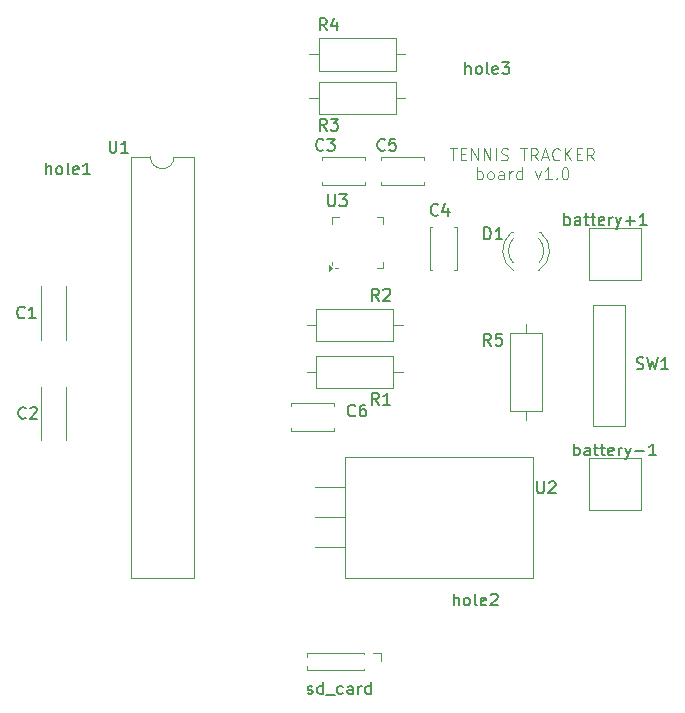
<source format=gbr>
%TF.GenerationSoftware,KiCad,Pcbnew,8.0.3*%
%TF.CreationDate,2024-06-24T10:16:25-03:00*%
%TF.ProjectId,esquematico,65737175-656d-4617-9469-636f2e6b6963,rev?*%
%TF.SameCoordinates,Original*%
%TF.FileFunction,Legend,Top*%
%TF.FilePolarity,Positive*%
%FSLAX46Y46*%
G04 Gerber Fmt 4.6, Leading zero omitted, Abs format (unit mm)*
G04 Created by KiCad (PCBNEW 8.0.3) date 2024-06-24 10:16:25*
%MOMM*%
%LPD*%
G01*
G04 APERTURE LIST*
%ADD10C,0.100000*%
%ADD11C,0.150000*%
%ADD12C,0.120000*%
G04 APERTURE END LIST*
D10*
X143857143Y-76262475D02*
X144428571Y-76262475D01*
X144142857Y-77262475D02*
X144142857Y-76262475D01*
X144761905Y-76738665D02*
X145095238Y-76738665D01*
X145238095Y-77262475D02*
X144761905Y-77262475D01*
X144761905Y-77262475D02*
X144761905Y-76262475D01*
X144761905Y-76262475D02*
X145238095Y-76262475D01*
X145666667Y-77262475D02*
X145666667Y-76262475D01*
X145666667Y-76262475D02*
X146238095Y-77262475D01*
X146238095Y-77262475D02*
X146238095Y-76262475D01*
X146714286Y-77262475D02*
X146714286Y-76262475D01*
X146714286Y-76262475D02*
X147285714Y-77262475D01*
X147285714Y-77262475D02*
X147285714Y-76262475D01*
X147761905Y-77262475D02*
X147761905Y-76262475D01*
X148190476Y-77214856D02*
X148333333Y-77262475D01*
X148333333Y-77262475D02*
X148571428Y-77262475D01*
X148571428Y-77262475D02*
X148666666Y-77214856D01*
X148666666Y-77214856D02*
X148714285Y-77167236D01*
X148714285Y-77167236D02*
X148761904Y-77071998D01*
X148761904Y-77071998D02*
X148761904Y-76976760D01*
X148761904Y-76976760D02*
X148714285Y-76881522D01*
X148714285Y-76881522D02*
X148666666Y-76833903D01*
X148666666Y-76833903D02*
X148571428Y-76786284D01*
X148571428Y-76786284D02*
X148380952Y-76738665D01*
X148380952Y-76738665D02*
X148285714Y-76691046D01*
X148285714Y-76691046D02*
X148238095Y-76643427D01*
X148238095Y-76643427D02*
X148190476Y-76548189D01*
X148190476Y-76548189D02*
X148190476Y-76452951D01*
X148190476Y-76452951D02*
X148238095Y-76357713D01*
X148238095Y-76357713D02*
X148285714Y-76310094D01*
X148285714Y-76310094D02*
X148380952Y-76262475D01*
X148380952Y-76262475D02*
X148619047Y-76262475D01*
X148619047Y-76262475D02*
X148761904Y-76310094D01*
X149809524Y-76262475D02*
X150380952Y-76262475D01*
X150095238Y-77262475D02*
X150095238Y-76262475D01*
X151285714Y-77262475D02*
X150952381Y-76786284D01*
X150714286Y-77262475D02*
X150714286Y-76262475D01*
X150714286Y-76262475D02*
X151095238Y-76262475D01*
X151095238Y-76262475D02*
X151190476Y-76310094D01*
X151190476Y-76310094D02*
X151238095Y-76357713D01*
X151238095Y-76357713D02*
X151285714Y-76452951D01*
X151285714Y-76452951D02*
X151285714Y-76595808D01*
X151285714Y-76595808D02*
X151238095Y-76691046D01*
X151238095Y-76691046D02*
X151190476Y-76738665D01*
X151190476Y-76738665D02*
X151095238Y-76786284D01*
X151095238Y-76786284D02*
X150714286Y-76786284D01*
X151666667Y-76976760D02*
X152142857Y-76976760D01*
X151571429Y-77262475D02*
X151904762Y-76262475D01*
X151904762Y-76262475D02*
X152238095Y-77262475D01*
X153142857Y-77167236D02*
X153095238Y-77214856D01*
X153095238Y-77214856D02*
X152952381Y-77262475D01*
X152952381Y-77262475D02*
X152857143Y-77262475D01*
X152857143Y-77262475D02*
X152714286Y-77214856D01*
X152714286Y-77214856D02*
X152619048Y-77119617D01*
X152619048Y-77119617D02*
X152571429Y-77024379D01*
X152571429Y-77024379D02*
X152523810Y-76833903D01*
X152523810Y-76833903D02*
X152523810Y-76691046D01*
X152523810Y-76691046D02*
X152571429Y-76500570D01*
X152571429Y-76500570D02*
X152619048Y-76405332D01*
X152619048Y-76405332D02*
X152714286Y-76310094D01*
X152714286Y-76310094D02*
X152857143Y-76262475D01*
X152857143Y-76262475D02*
X152952381Y-76262475D01*
X152952381Y-76262475D02*
X153095238Y-76310094D01*
X153095238Y-76310094D02*
X153142857Y-76357713D01*
X153571429Y-77262475D02*
X153571429Y-76262475D01*
X154142857Y-77262475D02*
X153714286Y-76691046D01*
X154142857Y-76262475D02*
X153571429Y-76833903D01*
X154571429Y-76738665D02*
X154904762Y-76738665D01*
X155047619Y-77262475D02*
X154571429Y-77262475D01*
X154571429Y-77262475D02*
X154571429Y-76262475D01*
X154571429Y-76262475D02*
X155047619Y-76262475D01*
X156047619Y-77262475D02*
X155714286Y-76786284D01*
X155476191Y-77262475D02*
X155476191Y-76262475D01*
X155476191Y-76262475D02*
X155857143Y-76262475D01*
X155857143Y-76262475D02*
X155952381Y-76310094D01*
X155952381Y-76310094D02*
X156000000Y-76357713D01*
X156000000Y-76357713D02*
X156047619Y-76452951D01*
X156047619Y-76452951D02*
X156047619Y-76595808D01*
X156047619Y-76595808D02*
X156000000Y-76691046D01*
X156000000Y-76691046D02*
X155952381Y-76738665D01*
X155952381Y-76738665D02*
X155857143Y-76786284D01*
X155857143Y-76786284D02*
X155476191Y-76786284D01*
X146166666Y-78872419D02*
X146166666Y-77872419D01*
X146166666Y-78253371D02*
X146261904Y-78205752D01*
X146261904Y-78205752D02*
X146452380Y-78205752D01*
X146452380Y-78205752D02*
X146547618Y-78253371D01*
X146547618Y-78253371D02*
X146595237Y-78300990D01*
X146595237Y-78300990D02*
X146642856Y-78396228D01*
X146642856Y-78396228D02*
X146642856Y-78681942D01*
X146642856Y-78681942D02*
X146595237Y-78777180D01*
X146595237Y-78777180D02*
X146547618Y-78824800D01*
X146547618Y-78824800D02*
X146452380Y-78872419D01*
X146452380Y-78872419D02*
X146261904Y-78872419D01*
X146261904Y-78872419D02*
X146166666Y-78824800D01*
X147214285Y-78872419D02*
X147119047Y-78824800D01*
X147119047Y-78824800D02*
X147071428Y-78777180D01*
X147071428Y-78777180D02*
X147023809Y-78681942D01*
X147023809Y-78681942D02*
X147023809Y-78396228D01*
X147023809Y-78396228D02*
X147071428Y-78300990D01*
X147071428Y-78300990D02*
X147119047Y-78253371D01*
X147119047Y-78253371D02*
X147214285Y-78205752D01*
X147214285Y-78205752D02*
X147357142Y-78205752D01*
X147357142Y-78205752D02*
X147452380Y-78253371D01*
X147452380Y-78253371D02*
X147499999Y-78300990D01*
X147499999Y-78300990D02*
X147547618Y-78396228D01*
X147547618Y-78396228D02*
X147547618Y-78681942D01*
X147547618Y-78681942D02*
X147499999Y-78777180D01*
X147499999Y-78777180D02*
X147452380Y-78824800D01*
X147452380Y-78824800D02*
X147357142Y-78872419D01*
X147357142Y-78872419D02*
X147214285Y-78872419D01*
X148404761Y-78872419D02*
X148404761Y-78348609D01*
X148404761Y-78348609D02*
X148357142Y-78253371D01*
X148357142Y-78253371D02*
X148261904Y-78205752D01*
X148261904Y-78205752D02*
X148071428Y-78205752D01*
X148071428Y-78205752D02*
X147976190Y-78253371D01*
X148404761Y-78824800D02*
X148309523Y-78872419D01*
X148309523Y-78872419D02*
X148071428Y-78872419D01*
X148071428Y-78872419D02*
X147976190Y-78824800D01*
X147976190Y-78824800D02*
X147928571Y-78729561D01*
X147928571Y-78729561D02*
X147928571Y-78634323D01*
X147928571Y-78634323D02*
X147976190Y-78539085D01*
X147976190Y-78539085D02*
X148071428Y-78491466D01*
X148071428Y-78491466D02*
X148309523Y-78491466D01*
X148309523Y-78491466D02*
X148404761Y-78443847D01*
X148880952Y-78872419D02*
X148880952Y-78205752D01*
X148880952Y-78396228D02*
X148928571Y-78300990D01*
X148928571Y-78300990D02*
X148976190Y-78253371D01*
X148976190Y-78253371D02*
X149071428Y-78205752D01*
X149071428Y-78205752D02*
X149166666Y-78205752D01*
X149928571Y-78872419D02*
X149928571Y-77872419D01*
X149928571Y-78824800D02*
X149833333Y-78872419D01*
X149833333Y-78872419D02*
X149642857Y-78872419D01*
X149642857Y-78872419D02*
X149547619Y-78824800D01*
X149547619Y-78824800D02*
X149500000Y-78777180D01*
X149500000Y-78777180D02*
X149452381Y-78681942D01*
X149452381Y-78681942D02*
X149452381Y-78396228D01*
X149452381Y-78396228D02*
X149500000Y-78300990D01*
X149500000Y-78300990D02*
X149547619Y-78253371D01*
X149547619Y-78253371D02*
X149642857Y-78205752D01*
X149642857Y-78205752D02*
X149833333Y-78205752D01*
X149833333Y-78205752D02*
X149928571Y-78253371D01*
X151071429Y-78205752D02*
X151309524Y-78872419D01*
X151309524Y-78872419D02*
X151547619Y-78205752D01*
X152452381Y-78872419D02*
X151880953Y-78872419D01*
X152166667Y-78872419D02*
X152166667Y-77872419D01*
X152166667Y-77872419D02*
X152071429Y-78015276D01*
X152071429Y-78015276D02*
X151976191Y-78110514D01*
X151976191Y-78110514D02*
X151880953Y-78158133D01*
X152880953Y-78777180D02*
X152928572Y-78824800D01*
X152928572Y-78824800D02*
X152880953Y-78872419D01*
X152880953Y-78872419D02*
X152833334Y-78824800D01*
X152833334Y-78824800D02*
X152880953Y-78777180D01*
X152880953Y-78777180D02*
X152880953Y-78872419D01*
X153547619Y-77872419D02*
X153642857Y-77872419D01*
X153642857Y-77872419D02*
X153738095Y-77920038D01*
X153738095Y-77920038D02*
X153785714Y-77967657D01*
X153785714Y-77967657D02*
X153833333Y-78062895D01*
X153833333Y-78062895D02*
X153880952Y-78253371D01*
X153880952Y-78253371D02*
X153880952Y-78491466D01*
X153880952Y-78491466D02*
X153833333Y-78681942D01*
X153833333Y-78681942D02*
X153785714Y-78777180D01*
X153785714Y-78777180D02*
X153738095Y-78824800D01*
X153738095Y-78824800D02*
X153642857Y-78872419D01*
X153642857Y-78872419D02*
X153547619Y-78872419D01*
X153547619Y-78872419D02*
X153452381Y-78824800D01*
X153452381Y-78824800D02*
X153404762Y-78777180D01*
X153404762Y-78777180D02*
X153357143Y-78681942D01*
X153357143Y-78681942D02*
X153309524Y-78491466D01*
X153309524Y-78491466D02*
X153309524Y-78253371D01*
X153309524Y-78253371D02*
X153357143Y-78062895D01*
X153357143Y-78062895D02*
X153404762Y-77967657D01*
X153404762Y-77967657D02*
X153452381Y-77920038D01*
X153452381Y-77920038D02*
X153547619Y-77872419D01*
D11*
X145166666Y-69954819D02*
X145166666Y-68954819D01*
X145595237Y-69954819D02*
X145595237Y-69431009D01*
X145595237Y-69431009D02*
X145547618Y-69335771D01*
X145547618Y-69335771D02*
X145452380Y-69288152D01*
X145452380Y-69288152D02*
X145309523Y-69288152D01*
X145309523Y-69288152D02*
X145214285Y-69335771D01*
X145214285Y-69335771D02*
X145166666Y-69383390D01*
X146214285Y-69954819D02*
X146119047Y-69907200D01*
X146119047Y-69907200D02*
X146071428Y-69859580D01*
X146071428Y-69859580D02*
X146023809Y-69764342D01*
X146023809Y-69764342D02*
X146023809Y-69478628D01*
X146023809Y-69478628D02*
X146071428Y-69383390D01*
X146071428Y-69383390D02*
X146119047Y-69335771D01*
X146119047Y-69335771D02*
X146214285Y-69288152D01*
X146214285Y-69288152D02*
X146357142Y-69288152D01*
X146357142Y-69288152D02*
X146452380Y-69335771D01*
X146452380Y-69335771D02*
X146499999Y-69383390D01*
X146499999Y-69383390D02*
X146547618Y-69478628D01*
X146547618Y-69478628D02*
X146547618Y-69764342D01*
X146547618Y-69764342D02*
X146499999Y-69859580D01*
X146499999Y-69859580D02*
X146452380Y-69907200D01*
X146452380Y-69907200D02*
X146357142Y-69954819D01*
X146357142Y-69954819D02*
X146214285Y-69954819D01*
X147119047Y-69954819D02*
X147023809Y-69907200D01*
X147023809Y-69907200D02*
X146976190Y-69811961D01*
X146976190Y-69811961D02*
X146976190Y-68954819D01*
X147880952Y-69907200D02*
X147785714Y-69954819D01*
X147785714Y-69954819D02*
X147595238Y-69954819D01*
X147595238Y-69954819D02*
X147500000Y-69907200D01*
X147500000Y-69907200D02*
X147452381Y-69811961D01*
X147452381Y-69811961D02*
X147452381Y-69431009D01*
X147452381Y-69431009D02*
X147500000Y-69335771D01*
X147500000Y-69335771D02*
X147595238Y-69288152D01*
X147595238Y-69288152D02*
X147785714Y-69288152D01*
X147785714Y-69288152D02*
X147880952Y-69335771D01*
X147880952Y-69335771D02*
X147928571Y-69431009D01*
X147928571Y-69431009D02*
X147928571Y-69526247D01*
X147928571Y-69526247D02*
X147452381Y-69621485D01*
X148261905Y-68954819D02*
X148880952Y-68954819D01*
X148880952Y-68954819D02*
X148547619Y-69335771D01*
X148547619Y-69335771D02*
X148690476Y-69335771D01*
X148690476Y-69335771D02*
X148785714Y-69383390D01*
X148785714Y-69383390D02*
X148833333Y-69431009D01*
X148833333Y-69431009D02*
X148880952Y-69526247D01*
X148880952Y-69526247D02*
X148880952Y-69764342D01*
X148880952Y-69764342D02*
X148833333Y-69859580D01*
X148833333Y-69859580D02*
X148785714Y-69907200D01*
X148785714Y-69907200D02*
X148690476Y-69954819D01*
X148690476Y-69954819D02*
X148404762Y-69954819D01*
X148404762Y-69954819D02*
X148309524Y-69907200D01*
X148309524Y-69907200D02*
X148261905Y-69859580D01*
X144166666Y-114954819D02*
X144166666Y-113954819D01*
X144595237Y-114954819D02*
X144595237Y-114431009D01*
X144595237Y-114431009D02*
X144547618Y-114335771D01*
X144547618Y-114335771D02*
X144452380Y-114288152D01*
X144452380Y-114288152D02*
X144309523Y-114288152D01*
X144309523Y-114288152D02*
X144214285Y-114335771D01*
X144214285Y-114335771D02*
X144166666Y-114383390D01*
X145214285Y-114954819D02*
X145119047Y-114907200D01*
X145119047Y-114907200D02*
X145071428Y-114859580D01*
X145071428Y-114859580D02*
X145023809Y-114764342D01*
X145023809Y-114764342D02*
X145023809Y-114478628D01*
X145023809Y-114478628D02*
X145071428Y-114383390D01*
X145071428Y-114383390D02*
X145119047Y-114335771D01*
X145119047Y-114335771D02*
X145214285Y-114288152D01*
X145214285Y-114288152D02*
X145357142Y-114288152D01*
X145357142Y-114288152D02*
X145452380Y-114335771D01*
X145452380Y-114335771D02*
X145499999Y-114383390D01*
X145499999Y-114383390D02*
X145547618Y-114478628D01*
X145547618Y-114478628D02*
X145547618Y-114764342D01*
X145547618Y-114764342D02*
X145499999Y-114859580D01*
X145499999Y-114859580D02*
X145452380Y-114907200D01*
X145452380Y-114907200D02*
X145357142Y-114954819D01*
X145357142Y-114954819D02*
X145214285Y-114954819D01*
X146119047Y-114954819D02*
X146023809Y-114907200D01*
X146023809Y-114907200D02*
X145976190Y-114811961D01*
X145976190Y-114811961D02*
X145976190Y-113954819D01*
X146880952Y-114907200D02*
X146785714Y-114954819D01*
X146785714Y-114954819D02*
X146595238Y-114954819D01*
X146595238Y-114954819D02*
X146500000Y-114907200D01*
X146500000Y-114907200D02*
X146452381Y-114811961D01*
X146452381Y-114811961D02*
X146452381Y-114431009D01*
X146452381Y-114431009D02*
X146500000Y-114335771D01*
X146500000Y-114335771D02*
X146595238Y-114288152D01*
X146595238Y-114288152D02*
X146785714Y-114288152D01*
X146785714Y-114288152D02*
X146880952Y-114335771D01*
X146880952Y-114335771D02*
X146928571Y-114431009D01*
X146928571Y-114431009D02*
X146928571Y-114526247D01*
X146928571Y-114526247D02*
X146452381Y-114621485D01*
X147309524Y-114050057D02*
X147357143Y-114002438D01*
X147357143Y-114002438D02*
X147452381Y-113954819D01*
X147452381Y-113954819D02*
X147690476Y-113954819D01*
X147690476Y-113954819D02*
X147785714Y-114002438D01*
X147785714Y-114002438D02*
X147833333Y-114050057D01*
X147833333Y-114050057D02*
X147880952Y-114145295D01*
X147880952Y-114145295D02*
X147880952Y-114240533D01*
X147880952Y-114240533D02*
X147833333Y-114383390D01*
X147833333Y-114383390D02*
X147261905Y-114954819D01*
X147261905Y-114954819D02*
X147880952Y-114954819D01*
X109666666Y-78454819D02*
X109666666Y-77454819D01*
X110095237Y-78454819D02*
X110095237Y-77931009D01*
X110095237Y-77931009D02*
X110047618Y-77835771D01*
X110047618Y-77835771D02*
X109952380Y-77788152D01*
X109952380Y-77788152D02*
X109809523Y-77788152D01*
X109809523Y-77788152D02*
X109714285Y-77835771D01*
X109714285Y-77835771D02*
X109666666Y-77883390D01*
X110714285Y-78454819D02*
X110619047Y-78407200D01*
X110619047Y-78407200D02*
X110571428Y-78359580D01*
X110571428Y-78359580D02*
X110523809Y-78264342D01*
X110523809Y-78264342D02*
X110523809Y-77978628D01*
X110523809Y-77978628D02*
X110571428Y-77883390D01*
X110571428Y-77883390D02*
X110619047Y-77835771D01*
X110619047Y-77835771D02*
X110714285Y-77788152D01*
X110714285Y-77788152D02*
X110857142Y-77788152D01*
X110857142Y-77788152D02*
X110952380Y-77835771D01*
X110952380Y-77835771D02*
X110999999Y-77883390D01*
X110999999Y-77883390D02*
X111047618Y-77978628D01*
X111047618Y-77978628D02*
X111047618Y-78264342D01*
X111047618Y-78264342D02*
X110999999Y-78359580D01*
X110999999Y-78359580D02*
X110952380Y-78407200D01*
X110952380Y-78407200D02*
X110857142Y-78454819D01*
X110857142Y-78454819D02*
X110714285Y-78454819D01*
X111619047Y-78454819D02*
X111523809Y-78407200D01*
X111523809Y-78407200D02*
X111476190Y-78311961D01*
X111476190Y-78311961D02*
X111476190Y-77454819D01*
X112380952Y-78407200D02*
X112285714Y-78454819D01*
X112285714Y-78454819D02*
X112095238Y-78454819D01*
X112095238Y-78454819D02*
X112000000Y-78407200D01*
X112000000Y-78407200D02*
X111952381Y-78311961D01*
X111952381Y-78311961D02*
X111952381Y-77931009D01*
X111952381Y-77931009D02*
X112000000Y-77835771D01*
X112000000Y-77835771D02*
X112095238Y-77788152D01*
X112095238Y-77788152D02*
X112285714Y-77788152D01*
X112285714Y-77788152D02*
X112380952Y-77835771D01*
X112380952Y-77835771D02*
X112428571Y-77931009D01*
X112428571Y-77931009D02*
X112428571Y-78026247D01*
X112428571Y-78026247D02*
X111952381Y-78121485D01*
X113380952Y-78454819D02*
X112809524Y-78454819D01*
X113095238Y-78454819D02*
X113095238Y-77454819D01*
X113095238Y-77454819D02*
X113000000Y-77597676D01*
X113000000Y-77597676D02*
X112904762Y-77692914D01*
X112904762Y-77692914D02*
X112809524Y-77740533D01*
X107933333Y-99059580D02*
X107885714Y-99107200D01*
X107885714Y-99107200D02*
X107742857Y-99154819D01*
X107742857Y-99154819D02*
X107647619Y-99154819D01*
X107647619Y-99154819D02*
X107504762Y-99107200D01*
X107504762Y-99107200D02*
X107409524Y-99011961D01*
X107409524Y-99011961D02*
X107361905Y-98916723D01*
X107361905Y-98916723D02*
X107314286Y-98726247D01*
X107314286Y-98726247D02*
X107314286Y-98583390D01*
X107314286Y-98583390D02*
X107361905Y-98392914D01*
X107361905Y-98392914D02*
X107409524Y-98297676D01*
X107409524Y-98297676D02*
X107504762Y-98202438D01*
X107504762Y-98202438D02*
X107647619Y-98154819D01*
X107647619Y-98154819D02*
X107742857Y-98154819D01*
X107742857Y-98154819D02*
X107885714Y-98202438D01*
X107885714Y-98202438D02*
X107933333Y-98250057D01*
X108314286Y-98250057D02*
X108361905Y-98202438D01*
X108361905Y-98202438D02*
X108457143Y-98154819D01*
X108457143Y-98154819D02*
X108695238Y-98154819D01*
X108695238Y-98154819D02*
X108790476Y-98202438D01*
X108790476Y-98202438D02*
X108838095Y-98250057D01*
X108838095Y-98250057D02*
X108885714Y-98345295D01*
X108885714Y-98345295D02*
X108885714Y-98440533D01*
X108885714Y-98440533D02*
X108838095Y-98583390D01*
X108838095Y-98583390D02*
X108266667Y-99154819D01*
X108266667Y-99154819D02*
X108885714Y-99154819D01*
X147333333Y-92954819D02*
X147000000Y-92478628D01*
X146761905Y-92954819D02*
X146761905Y-91954819D01*
X146761905Y-91954819D02*
X147142857Y-91954819D01*
X147142857Y-91954819D02*
X147238095Y-92002438D01*
X147238095Y-92002438D02*
X147285714Y-92050057D01*
X147285714Y-92050057D02*
X147333333Y-92145295D01*
X147333333Y-92145295D02*
X147333333Y-92288152D01*
X147333333Y-92288152D02*
X147285714Y-92383390D01*
X147285714Y-92383390D02*
X147238095Y-92431009D01*
X147238095Y-92431009D02*
X147142857Y-92478628D01*
X147142857Y-92478628D02*
X146761905Y-92478628D01*
X148238095Y-91954819D02*
X147761905Y-91954819D01*
X147761905Y-91954819D02*
X147714286Y-92431009D01*
X147714286Y-92431009D02*
X147761905Y-92383390D01*
X147761905Y-92383390D02*
X147857143Y-92335771D01*
X147857143Y-92335771D02*
X148095238Y-92335771D01*
X148095238Y-92335771D02*
X148190476Y-92383390D01*
X148190476Y-92383390D02*
X148238095Y-92431009D01*
X148238095Y-92431009D02*
X148285714Y-92526247D01*
X148285714Y-92526247D02*
X148285714Y-92764342D01*
X148285714Y-92764342D02*
X148238095Y-92859580D01*
X148238095Y-92859580D02*
X148190476Y-92907200D01*
X148190476Y-92907200D02*
X148095238Y-92954819D01*
X148095238Y-92954819D02*
X147857143Y-92954819D01*
X147857143Y-92954819D02*
X147761905Y-92907200D01*
X147761905Y-92907200D02*
X147714286Y-92859580D01*
X133133333Y-76359580D02*
X133085714Y-76407200D01*
X133085714Y-76407200D02*
X132942857Y-76454819D01*
X132942857Y-76454819D02*
X132847619Y-76454819D01*
X132847619Y-76454819D02*
X132704762Y-76407200D01*
X132704762Y-76407200D02*
X132609524Y-76311961D01*
X132609524Y-76311961D02*
X132561905Y-76216723D01*
X132561905Y-76216723D02*
X132514286Y-76026247D01*
X132514286Y-76026247D02*
X132514286Y-75883390D01*
X132514286Y-75883390D02*
X132561905Y-75692914D01*
X132561905Y-75692914D02*
X132609524Y-75597676D01*
X132609524Y-75597676D02*
X132704762Y-75502438D01*
X132704762Y-75502438D02*
X132847619Y-75454819D01*
X132847619Y-75454819D02*
X132942857Y-75454819D01*
X132942857Y-75454819D02*
X133085714Y-75502438D01*
X133085714Y-75502438D02*
X133133333Y-75550057D01*
X133466667Y-75454819D02*
X134085714Y-75454819D01*
X134085714Y-75454819D02*
X133752381Y-75835771D01*
X133752381Y-75835771D02*
X133895238Y-75835771D01*
X133895238Y-75835771D02*
X133990476Y-75883390D01*
X133990476Y-75883390D02*
X134038095Y-75931009D01*
X134038095Y-75931009D02*
X134085714Y-76026247D01*
X134085714Y-76026247D02*
X134085714Y-76264342D01*
X134085714Y-76264342D02*
X134038095Y-76359580D01*
X134038095Y-76359580D02*
X133990476Y-76407200D01*
X133990476Y-76407200D02*
X133895238Y-76454819D01*
X133895238Y-76454819D02*
X133609524Y-76454819D01*
X133609524Y-76454819D02*
X133514286Y-76407200D01*
X133514286Y-76407200D02*
X133466667Y-76359580D01*
X146761905Y-83954819D02*
X146761905Y-82954819D01*
X146761905Y-82954819D02*
X147000000Y-82954819D01*
X147000000Y-82954819D02*
X147142857Y-83002438D01*
X147142857Y-83002438D02*
X147238095Y-83097676D01*
X147238095Y-83097676D02*
X147285714Y-83192914D01*
X147285714Y-83192914D02*
X147333333Y-83383390D01*
X147333333Y-83383390D02*
X147333333Y-83526247D01*
X147333333Y-83526247D02*
X147285714Y-83716723D01*
X147285714Y-83716723D02*
X147238095Y-83811961D01*
X147238095Y-83811961D02*
X147142857Y-83907200D01*
X147142857Y-83907200D02*
X147000000Y-83954819D01*
X147000000Y-83954819D02*
X146761905Y-83954819D01*
X148285714Y-83954819D02*
X147714286Y-83954819D01*
X148000000Y-83954819D02*
X148000000Y-82954819D01*
X148000000Y-82954819D02*
X147904762Y-83097676D01*
X147904762Y-83097676D02*
X147809524Y-83192914D01*
X147809524Y-83192914D02*
X147714286Y-83240533D01*
X151238095Y-104454819D02*
X151238095Y-105264342D01*
X151238095Y-105264342D02*
X151285714Y-105359580D01*
X151285714Y-105359580D02*
X151333333Y-105407200D01*
X151333333Y-105407200D02*
X151428571Y-105454819D01*
X151428571Y-105454819D02*
X151619047Y-105454819D01*
X151619047Y-105454819D02*
X151714285Y-105407200D01*
X151714285Y-105407200D02*
X151761904Y-105359580D01*
X151761904Y-105359580D02*
X151809523Y-105264342D01*
X151809523Y-105264342D02*
X151809523Y-104454819D01*
X152238095Y-104550057D02*
X152285714Y-104502438D01*
X152285714Y-104502438D02*
X152380952Y-104454819D01*
X152380952Y-104454819D02*
X152619047Y-104454819D01*
X152619047Y-104454819D02*
X152714285Y-104502438D01*
X152714285Y-104502438D02*
X152761904Y-104550057D01*
X152761904Y-104550057D02*
X152809523Y-104645295D01*
X152809523Y-104645295D02*
X152809523Y-104740533D01*
X152809523Y-104740533D02*
X152761904Y-104883390D01*
X152761904Y-104883390D02*
X152190476Y-105454819D01*
X152190476Y-105454819D02*
X152809523Y-105454819D01*
X107833333Y-90559580D02*
X107785714Y-90607200D01*
X107785714Y-90607200D02*
X107642857Y-90654819D01*
X107642857Y-90654819D02*
X107547619Y-90654819D01*
X107547619Y-90654819D02*
X107404762Y-90607200D01*
X107404762Y-90607200D02*
X107309524Y-90511961D01*
X107309524Y-90511961D02*
X107261905Y-90416723D01*
X107261905Y-90416723D02*
X107214286Y-90226247D01*
X107214286Y-90226247D02*
X107214286Y-90083390D01*
X107214286Y-90083390D02*
X107261905Y-89892914D01*
X107261905Y-89892914D02*
X107309524Y-89797676D01*
X107309524Y-89797676D02*
X107404762Y-89702438D01*
X107404762Y-89702438D02*
X107547619Y-89654819D01*
X107547619Y-89654819D02*
X107642857Y-89654819D01*
X107642857Y-89654819D02*
X107785714Y-89702438D01*
X107785714Y-89702438D02*
X107833333Y-89750057D01*
X108785714Y-90654819D02*
X108214286Y-90654819D01*
X108500000Y-90654819D02*
X108500000Y-89654819D01*
X108500000Y-89654819D02*
X108404762Y-89797676D01*
X108404762Y-89797676D02*
X108309524Y-89892914D01*
X108309524Y-89892914D02*
X108214286Y-89940533D01*
X135833333Y-98859580D02*
X135785714Y-98907200D01*
X135785714Y-98907200D02*
X135642857Y-98954819D01*
X135642857Y-98954819D02*
X135547619Y-98954819D01*
X135547619Y-98954819D02*
X135404762Y-98907200D01*
X135404762Y-98907200D02*
X135309524Y-98811961D01*
X135309524Y-98811961D02*
X135261905Y-98716723D01*
X135261905Y-98716723D02*
X135214286Y-98526247D01*
X135214286Y-98526247D02*
X135214286Y-98383390D01*
X135214286Y-98383390D02*
X135261905Y-98192914D01*
X135261905Y-98192914D02*
X135309524Y-98097676D01*
X135309524Y-98097676D02*
X135404762Y-98002438D01*
X135404762Y-98002438D02*
X135547619Y-97954819D01*
X135547619Y-97954819D02*
X135642857Y-97954819D01*
X135642857Y-97954819D02*
X135785714Y-98002438D01*
X135785714Y-98002438D02*
X135833333Y-98050057D01*
X136690476Y-97954819D02*
X136500000Y-97954819D01*
X136500000Y-97954819D02*
X136404762Y-98002438D01*
X136404762Y-98002438D02*
X136357143Y-98050057D01*
X136357143Y-98050057D02*
X136261905Y-98192914D01*
X136261905Y-98192914D02*
X136214286Y-98383390D01*
X136214286Y-98383390D02*
X136214286Y-98764342D01*
X136214286Y-98764342D02*
X136261905Y-98859580D01*
X136261905Y-98859580D02*
X136309524Y-98907200D01*
X136309524Y-98907200D02*
X136404762Y-98954819D01*
X136404762Y-98954819D02*
X136595238Y-98954819D01*
X136595238Y-98954819D02*
X136690476Y-98907200D01*
X136690476Y-98907200D02*
X136738095Y-98859580D01*
X136738095Y-98859580D02*
X136785714Y-98764342D01*
X136785714Y-98764342D02*
X136785714Y-98526247D01*
X136785714Y-98526247D02*
X136738095Y-98431009D01*
X136738095Y-98431009D02*
X136690476Y-98383390D01*
X136690476Y-98383390D02*
X136595238Y-98335771D01*
X136595238Y-98335771D02*
X136404762Y-98335771D01*
X136404762Y-98335771D02*
X136309524Y-98383390D01*
X136309524Y-98383390D02*
X136261905Y-98431009D01*
X136261905Y-98431009D02*
X136214286Y-98526247D01*
X142833333Y-81859580D02*
X142785714Y-81907200D01*
X142785714Y-81907200D02*
X142642857Y-81954819D01*
X142642857Y-81954819D02*
X142547619Y-81954819D01*
X142547619Y-81954819D02*
X142404762Y-81907200D01*
X142404762Y-81907200D02*
X142309524Y-81811961D01*
X142309524Y-81811961D02*
X142261905Y-81716723D01*
X142261905Y-81716723D02*
X142214286Y-81526247D01*
X142214286Y-81526247D02*
X142214286Y-81383390D01*
X142214286Y-81383390D02*
X142261905Y-81192914D01*
X142261905Y-81192914D02*
X142309524Y-81097676D01*
X142309524Y-81097676D02*
X142404762Y-81002438D01*
X142404762Y-81002438D02*
X142547619Y-80954819D01*
X142547619Y-80954819D02*
X142642857Y-80954819D01*
X142642857Y-80954819D02*
X142785714Y-81002438D01*
X142785714Y-81002438D02*
X142833333Y-81050057D01*
X143690476Y-81288152D02*
X143690476Y-81954819D01*
X143452381Y-80907200D02*
X143214286Y-81621485D01*
X143214286Y-81621485D02*
X143833333Y-81621485D01*
X137833333Y-89154819D02*
X137500000Y-88678628D01*
X137261905Y-89154819D02*
X137261905Y-88154819D01*
X137261905Y-88154819D02*
X137642857Y-88154819D01*
X137642857Y-88154819D02*
X137738095Y-88202438D01*
X137738095Y-88202438D02*
X137785714Y-88250057D01*
X137785714Y-88250057D02*
X137833333Y-88345295D01*
X137833333Y-88345295D02*
X137833333Y-88488152D01*
X137833333Y-88488152D02*
X137785714Y-88583390D01*
X137785714Y-88583390D02*
X137738095Y-88631009D01*
X137738095Y-88631009D02*
X137642857Y-88678628D01*
X137642857Y-88678628D02*
X137261905Y-88678628D01*
X138214286Y-88250057D02*
X138261905Y-88202438D01*
X138261905Y-88202438D02*
X138357143Y-88154819D01*
X138357143Y-88154819D02*
X138595238Y-88154819D01*
X138595238Y-88154819D02*
X138690476Y-88202438D01*
X138690476Y-88202438D02*
X138738095Y-88250057D01*
X138738095Y-88250057D02*
X138785714Y-88345295D01*
X138785714Y-88345295D02*
X138785714Y-88440533D01*
X138785714Y-88440533D02*
X138738095Y-88583390D01*
X138738095Y-88583390D02*
X138166667Y-89154819D01*
X138166667Y-89154819D02*
X138785714Y-89154819D01*
X115038095Y-75614819D02*
X115038095Y-76424342D01*
X115038095Y-76424342D02*
X115085714Y-76519580D01*
X115085714Y-76519580D02*
X115133333Y-76567200D01*
X115133333Y-76567200D02*
X115228571Y-76614819D01*
X115228571Y-76614819D02*
X115419047Y-76614819D01*
X115419047Y-76614819D02*
X115514285Y-76567200D01*
X115514285Y-76567200D02*
X115561904Y-76519580D01*
X115561904Y-76519580D02*
X115609523Y-76424342D01*
X115609523Y-76424342D02*
X115609523Y-75614819D01*
X116609523Y-76614819D02*
X116038095Y-76614819D01*
X116323809Y-76614819D02*
X116323809Y-75614819D01*
X116323809Y-75614819D02*
X116228571Y-75757676D01*
X116228571Y-75757676D02*
X116133333Y-75852914D01*
X116133333Y-75852914D02*
X116038095Y-75900533D01*
X133538095Y-80154819D02*
X133538095Y-80964342D01*
X133538095Y-80964342D02*
X133585714Y-81059580D01*
X133585714Y-81059580D02*
X133633333Y-81107200D01*
X133633333Y-81107200D02*
X133728571Y-81154819D01*
X133728571Y-81154819D02*
X133919047Y-81154819D01*
X133919047Y-81154819D02*
X134014285Y-81107200D01*
X134014285Y-81107200D02*
X134061904Y-81059580D01*
X134061904Y-81059580D02*
X134109523Y-80964342D01*
X134109523Y-80964342D02*
X134109523Y-80154819D01*
X134490476Y-80154819D02*
X135109523Y-80154819D01*
X135109523Y-80154819D02*
X134776190Y-80535771D01*
X134776190Y-80535771D02*
X134919047Y-80535771D01*
X134919047Y-80535771D02*
X135014285Y-80583390D01*
X135014285Y-80583390D02*
X135061904Y-80631009D01*
X135061904Y-80631009D02*
X135109523Y-80726247D01*
X135109523Y-80726247D02*
X135109523Y-80964342D01*
X135109523Y-80964342D02*
X135061904Y-81059580D01*
X135061904Y-81059580D02*
X135014285Y-81107200D01*
X135014285Y-81107200D02*
X134919047Y-81154819D01*
X134919047Y-81154819D02*
X134633333Y-81154819D01*
X134633333Y-81154819D02*
X134538095Y-81107200D01*
X134538095Y-81107200D02*
X134490476Y-81059580D01*
X159666667Y-94907200D02*
X159809524Y-94954819D01*
X159809524Y-94954819D02*
X160047619Y-94954819D01*
X160047619Y-94954819D02*
X160142857Y-94907200D01*
X160142857Y-94907200D02*
X160190476Y-94859580D01*
X160190476Y-94859580D02*
X160238095Y-94764342D01*
X160238095Y-94764342D02*
X160238095Y-94669104D01*
X160238095Y-94669104D02*
X160190476Y-94573866D01*
X160190476Y-94573866D02*
X160142857Y-94526247D01*
X160142857Y-94526247D02*
X160047619Y-94478628D01*
X160047619Y-94478628D02*
X159857143Y-94431009D01*
X159857143Y-94431009D02*
X159761905Y-94383390D01*
X159761905Y-94383390D02*
X159714286Y-94335771D01*
X159714286Y-94335771D02*
X159666667Y-94240533D01*
X159666667Y-94240533D02*
X159666667Y-94145295D01*
X159666667Y-94145295D02*
X159714286Y-94050057D01*
X159714286Y-94050057D02*
X159761905Y-94002438D01*
X159761905Y-94002438D02*
X159857143Y-93954819D01*
X159857143Y-93954819D02*
X160095238Y-93954819D01*
X160095238Y-93954819D02*
X160238095Y-94002438D01*
X160571429Y-93954819D02*
X160809524Y-94954819D01*
X160809524Y-94954819D02*
X161000000Y-94240533D01*
X161000000Y-94240533D02*
X161190476Y-94954819D01*
X161190476Y-94954819D02*
X161428572Y-93954819D01*
X162333333Y-94954819D02*
X161761905Y-94954819D01*
X162047619Y-94954819D02*
X162047619Y-93954819D01*
X162047619Y-93954819D02*
X161952381Y-94097676D01*
X161952381Y-94097676D02*
X161857143Y-94192914D01*
X161857143Y-94192914D02*
X161761905Y-94240533D01*
X138333333Y-76359580D02*
X138285714Y-76407200D01*
X138285714Y-76407200D02*
X138142857Y-76454819D01*
X138142857Y-76454819D02*
X138047619Y-76454819D01*
X138047619Y-76454819D02*
X137904762Y-76407200D01*
X137904762Y-76407200D02*
X137809524Y-76311961D01*
X137809524Y-76311961D02*
X137761905Y-76216723D01*
X137761905Y-76216723D02*
X137714286Y-76026247D01*
X137714286Y-76026247D02*
X137714286Y-75883390D01*
X137714286Y-75883390D02*
X137761905Y-75692914D01*
X137761905Y-75692914D02*
X137809524Y-75597676D01*
X137809524Y-75597676D02*
X137904762Y-75502438D01*
X137904762Y-75502438D02*
X138047619Y-75454819D01*
X138047619Y-75454819D02*
X138142857Y-75454819D01*
X138142857Y-75454819D02*
X138285714Y-75502438D01*
X138285714Y-75502438D02*
X138333333Y-75550057D01*
X139238095Y-75454819D02*
X138761905Y-75454819D01*
X138761905Y-75454819D02*
X138714286Y-75931009D01*
X138714286Y-75931009D02*
X138761905Y-75883390D01*
X138761905Y-75883390D02*
X138857143Y-75835771D01*
X138857143Y-75835771D02*
X139095238Y-75835771D01*
X139095238Y-75835771D02*
X139190476Y-75883390D01*
X139190476Y-75883390D02*
X139238095Y-75931009D01*
X139238095Y-75931009D02*
X139285714Y-76026247D01*
X139285714Y-76026247D02*
X139285714Y-76264342D01*
X139285714Y-76264342D02*
X139238095Y-76359580D01*
X139238095Y-76359580D02*
X139190476Y-76407200D01*
X139190476Y-76407200D02*
X139095238Y-76454819D01*
X139095238Y-76454819D02*
X138857143Y-76454819D01*
X138857143Y-76454819D02*
X138761905Y-76407200D01*
X138761905Y-76407200D02*
X138714286Y-76359580D01*
X133413333Y-66254819D02*
X133080000Y-65778628D01*
X132841905Y-66254819D02*
X132841905Y-65254819D01*
X132841905Y-65254819D02*
X133222857Y-65254819D01*
X133222857Y-65254819D02*
X133318095Y-65302438D01*
X133318095Y-65302438D02*
X133365714Y-65350057D01*
X133365714Y-65350057D02*
X133413333Y-65445295D01*
X133413333Y-65445295D02*
X133413333Y-65588152D01*
X133413333Y-65588152D02*
X133365714Y-65683390D01*
X133365714Y-65683390D02*
X133318095Y-65731009D01*
X133318095Y-65731009D02*
X133222857Y-65778628D01*
X133222857Y-65778628D02*
X132841905Y-65778628D01*
X134270476Y-65588152D02*
X134270476Y-66254819D01*
X134032381Y-65207200D02*
X133794286Y-65921485D01*
X133794286Y-65921485D02*
X134413333Y-65921485D01*
X137833333Y-97954819D02*
X137500000Y-97478628D01*
X137261905Y-97954819D02*
X137261905Y-96954819D01*
X137261905Y-96954819D02*
X137642857Y-96954819D01*
X137642857Y-96954819D02*
X137738095Y-97002438D01*
X137738095Y-97002438D02*
X137785714Y-97050057D01*
X137785714Y-97050057D02*
X137833333Y-97145295D01*
X137833333Y-97145295D02*
X137833333Y-97288152D01*
X137833333Y-97288152D02*
X137785714Y-97383390D01*
X137785714Y-97383390D02*
X137738095Y-97431009D01*
X137738095Y-97431009D02*
X137642857Y-97478628D01*
X137642857Y-97478628D02*
X137261905Y-97478628D01*
X138785714Y-97954819D02*
X138214286Y-97954819D01*
X138500000Y-97954819D02*
X138500000Y-96954819D01*
X138500000Y-96954819D02*
X138404762Y-97097676D01*
X138404762Y-97097676D02*
X138309524Y-97192914D01*
X138309524Y-97192914D02*
X138214286Y-97240533D01*
X154347618Y-102256819D02*
X154347618Y-101256819D01*
X154347618Y-101637771D02*
X154442856Y-101590152D01*
X154442856Y-101590152D02*
X154633332Y-101590152D01*
X154633332Y-101590152D02*
X154728570Y-101637771D01*
X154728570Y-101637771D02*
X154776189Y-101685390D01*
X154776189Y-101685390D02*
X154823808Y-101780628D01*
X154823808Y-101780628D02*
X154823808Y-102066342D01*
X154823808Y-102066342D02*
X154776189Y-102161580D01*
X154776189Y-102161580D02*
X154728570Y-102209200D01*
X154728570Y-102209200D02*
X154633332Y-102256819D01*
X154633332Y-102256819D02*
X154442856Y-102256819D01*
X154442856Y-102256819D02*
X154347618Y-102209200D01*
X155680951Y-102256819D02*
X155680951Y-101733009D01*
X155680951Y-101733009D02*
X155633332Y-101637771D01*
X155633332Y-101637771D02*
X155538094Y-101590152D01*
X155538094Y-101590152D02*
X155347618Y-101590152D01*
X155347618Y-101590152D02*
X155252380Y-101637771D01*
X155680951Y-102209200D02*
X155585713Y-102256819D01*
X155585713Y-102256819D02*
X155347618Y-102256819D01*
X155347618Y-102256819D02*
X155252380Y-102209200D01*
X155252380Y-102209200D02*
X155204761Y-102113961D01*
X155204761Y-102113961D02*
X155204761Y-102018723D01*
X155204761Y-102018723D02*
X155252380Y-101923485D01*
X155252380Y-101923485D02*
X155347618Y-101875866D01*
X155347618Y-101875866D02*
X155585713Y-101875866D01*
X155585713Y-101875866D02*
X155680951Y-101828247D01*
X156014285Y-101590152D02*
X156395237Y-101590152D01*
X156157142Y-101256819D02*
X156157142Y-102113961D01*
X156157142Y-102113961D02*
X156204761Y-102209200D01*
X156204761Y-102209200D02*
X156299999Y-102256819D01*
X156299999Y-102256819D02*
X156395237Y-102256819D01*
X156585714Y-101590152D02*
X156966666Y-101590152D01*
X156728571Y-101256819D02*
X156728571Y-102113961D01*
X156728571Y-102113961D02*
X156776190Y-102209200D01*
X156776190Y-102209200D02*
X156871428Y-102256819D01*
X156871428Y-102256819D02*
X156966666Y-102256819D01*
X157680952Y-102209200D02*
X157585714Y-102256819D01*
X157585714Y-102256819D02*
X157395238Y-102256819D01*
X157395238Y-102256819D02*
X157300000Y-102209200D01*
X157300000Y-102209200D02*
X157252381Y-102113961D01*
X157252381Y-102113961D02*
X157252381Y-101733009D01*
X157252381Y-101733009D02*
X157300000Y-101637771D01*
X157300000Y-101637771D02*
X157395238Y-101590152D01*
X157395238Y-101590152D02*
X157585714Y-101590152D01*
X157585714Y-101590152D02*
X157680952Y-101637771D01*
X157680952Y-101637771D02*
X157728571Y-101733009D01*
X157728571Y-101733009D02*
X157728571Y-101828247D01*
X157728571Y-101828247D02*
X157252381Y-101923485D01*
X158157143Y-102256819D02*
X158157143Y-101590152D01*
X158157143Y-101780628D02*
X158204762Y-101685390D01*
X158204762Y-101685390D02*
X158252381Y-101637771D01*
X158252381Y-101637771D02*
X158347619Y-101590152D01*
X158347619Y-101590152D02*
X158442857Y-101590152D01*
X158680953Y-101590152D02*
X158919048Y-102256819D01*
X159157143Y-101590152D02*
X158919048Y-102256819D01*
X158919048Y-102256819D02*
X158823810Y-102494914D01*
X158823810Y-102494914D02*
X158776191Y-102542533D01*
X158776191Y-102542533D02*
X158680953Y-102590152D01*
X159538096Y-101875866D02*
X160300001Y-101875866D01*
X161300000Y-102256819D02*
X160728572Y-102256819D01*
X161014286Y-102256819D02*
X161014286Y-101256819D01*
X161014286Y-101256819D02*
X160919048Y-101399676D01*
X160919048Y-101399676D02*
X160823810Y-101494914D01*
X160823810Y-101494914D02*
X160728572Y-101542533D01*
X153547618Y-82756819D02*
X153547618Y-81756819D01*
X153547618Y-82137771D02*
X153642856Y-82090152D01*
X153642856Y-82090152D02*
X153833332Y-82090152D01*
X153833332Y-82090152D02*
X153928570Y-82137771D01*
X153928570Y-82137771D02*
X153976189Y-82185390D01*
X153976189Y-82185390D02*
X154023808Y-82280628D01*
X154023808Y-82280628D02*
X154023808Y-82566342D01*
X154023808Y-82566342D02*
X153976189Y-82661580D01*
X153976189Y-82661580D02*
X153928570Y-82709200D01*
X153928570Y-82709200D02*
X153833332Y-82756819D01*
X153833332Y-82756819D02*
X153642856Y-82756819D01*
X153642856Y-82756819D02*
X153547618Y-82709200D01*
X154880951Y-82756819D02*
X154880951Y-82233009D01*
X154880951Y-82233009D02*
X154833332Y-82137771D01*
X154833332Y-82137771D02*
X154738094Y-82090152D01*
X154738094Y-82090152D02*
X154547618Y-82090152D01*
X154547618Y-82090152D02*
X154452380Y-82137771D01*
X154880951Y-82709200D02*
X154785713Y-82756819D01*
X154785713Y-82756819D02*
X154547618Y-82756819D01*
X154547618Y-82756819D02*
X154452380Y-82709200D01*
X154452380Y-82709200D02*
X154404761Y-82613961D01*
X154404761Y-82613961D02*
X154404761Y-82518723D01*
X154404761Y-82518723D02*
X154452380Y-82423485D01*
X154452380Y-82423485D02*
X154547618Y-82375866D01*
X154547618Y-82375866D02*
X154785713Y-82375866D01*
X154785713Y-82375866D02*
X154880951Y-82328247D01*
X155214285Y-82090152D02*
X155595237Y-82090152D01*
X155357142Y-81756819D02*
X155357142Y-82613961D01*
X155357142Y-82613961D02*
X155404761Y-82709200D01*
X155404761Y-82709200D02*
X155499999Y-82756819D01*
X155499999Y-82756819D02*
X155595237Y-82756819D01*
X155785714Y-82090152D02*
X156166666Y-82090152D01*
X155928571Y-81756819D02*
X155928571Y-82613961D01*
X155928571Y-82613961D02*
X155976190Y-82709200D01*
X155976190Y-82709200D02*
X156071428Y-82756819D01*
X156071428Y-82756819D02*
X156166666Y-82756819D01*
X156880952Y-82709200D02*
X156785714Y-82756819D01*
X156785714Y-82756819D02*
X156595238Y-82756819D01*
X156595238Y-82756819D02*
X156500000Y-82709200D01*
X156500000Y-82709200D02*
X156452381Y-82613961D01*
X156452381Y-82613961D02*
X156452381Y-82233009D01*
X156452381Y-82233009D02*
X156500000Y-82137771D01*
X156500000Y-82137771D02*
X156595238Y-82090152D01*
X156595238Y-82090152D02*
X156785714Y-82090152D01*
X156785714Y-82090152D02*
X156880952Y-82137771D01*
X156880952Y-82137771D02*
X156928571Y-82233009D01*
X156928571Y-82233009D02*
X156928571Y-82328247D01*
X156928571Y-82328247D02*
X156452381Y-82423485D01*
X157357143Y-82756819D02*
X157357143Y-82090152D01*
X157357143Y-82280628D02*
X157404762Y-82185390D01*
X157404762Y-82185390D02*
X157452381Y-82137771D01*
X157452381Y-82137771D02*
X157547619Y-82090152D01*
X157547619Y-82090152D02*
X157642857Y-82090152D01*
X157880953Y-82090152D02*
X158119048Y-82756819D01*
X158357143Y-82090152D02*
X158119048Y-82756819D01*
X158119048Y-82756819D02*
X158023810Y-82994914D01*
X158023810Y-82994914D02*
X157976191Y-83042533D01*
X157976191Y-83042533D02*
X157880953Y-83090152D01*
X158738096Y-82375866D02*
X159500001Y-82375866D01*
X159119048Y-82756819D02*
X159119048Y-81994914D01*
X160500000Y-82756819D02*
X159928572Y-82756819D01*
X160214286Y-82756819D02*
X160214286Y-81756819D01*
X160214286Y-81756819D02*
X160119048Y-81899676D01*
X160119048Y-81899676D02*
X160023810Y-81994914D01*
X160023810Y-81994914D02*
X159928572Y-82042533D01*
X133413333Y-74754819D02*
X133080000Y-74278628D01*
X132841905Y-74754819D02*
X132841905Y-73754819D01*
X132841905Y-73754819D02*
X133222857Y-73754819D01*
X133222857Y-73754819D02*
X133318095Y-73802438D01*
X133318095Y-73802438D02*
X133365714Y-73850057D01*
X133365714Y-73850057D02*
X133413333Y-73945295D01*
X133413333Y-73945295D02*
X133413333Y-74088152D01*
X133413333Y-74088152D02*
X133365714Y-74183390D01*
X133365714Y-74183390D02*
X133318095Y-74231009D01*
X133318095Y-74231009D02*
X133222857Y-74278628D01*
X133222857Y-74278628D02*
X132841905Y-74278628D01*
X133746667Y-73754819D02*
X134365714Y-73754819D01*
X134365714Y-73754819D02*
X134032381Y-74135771D01*
X134032381Y-74135771D02*
X134175238Y-74135771D01*
X134175238Y-74135771D02*
X134270476Y-74183390D01*
X134270476Y-74183390D02*
X134318095Y-74231009D01*
X134318095Y-74231009D02*
X134365714Y-74326247D01*
X134365714Y-74326247D02*
X134365714Y-74564342D01*
X134365714Y-74564342D02*
X134318095Y-74659580D01*
X134318095Y-74659580D02*
X134270476Y-74707200D01*
X134270476Y-74707200D02*
X134175238Y-74754819D01*
X134175238Y-74754819D02*
X133889524Y-74754819D01*
X133889524Y-74754819D02*
X133794286Y-74707200D01*
X133794286Y-74707200D02*
X133746667Y-74659580D01*
X131809523Y-122407200D02*
X131904761Y-122454819D01*
X131904761Y-122454819D02*
X132095237Y-122454819D01*
X132095237Y-122454819D02*
X132190475Y-122407200D01*
X132190475Y-122407200D02*
X132238094Y-122311961D01*
X132238094Y-122311961D02*
X132238094Y-122264342D01*
X132238094Y-122264342D02*
X132190475Y-122169104D01*
X132190475Y-122169104D02*
X132095237Y-122121485D01*
X132095237Y-122121485D02*
X131952380Y-122121485D01*
X131952380Y-122121485D02*
X131857142Y-122073866D01*
X131857142Y-122073866D02*
X131809523Y-121978628D01*
X131809523Y-121978628D02*
X131809523Y-121931009D01*
X131809523Y-121931009D02*
X131857142Y-121835771D01*
X131857142Y-121835771D02*
X131952380Y-121788152D01*
X131952380Y-121788152D02*
X132095237Y-121788152D01*
X132095237Y-121788152D02*
X132190475Y-121835771D01*
X133095237Y-122454819D02*
X133095237Y-121454819D01*
X133095237Y-122407200D02*
X132999999Y-122454819D01*
X132999999Y-122454819D02*
X132809523Y-122454819D01*
X132809523Y-122454819D02*
X132714285Y-122407200D01*
X132714285Y-122407200D02*
X132666666Y-122359580D01*
X132666666Y-122359580D02*
X132619047Y-122264342D01*
X132619047Y-122264342D02*
X132619047Y-121978628D01*
X132619047Y-121978628D02*
X132666666Y-121883390D01*
X132666666Y-121883390D02*
X132714285Y-121835771D01*
X132714285Y-121835771D02*
X132809523Y-121788152D01*
X132809523Y-121788152D02*
X132999999Y-121788152D01*
X132999999Y-121788152D02*
X133095237Y-121835771D01*
X133333333Y-122550057D02*
X134095237Y-122550057D01*
X134761904Y-122407200D02*
X134666666Y-122454819D01*
X134666666Y-122454819D02*
X134476190Y-122454819D01*
X134476190Y-122454819D02*
X134380952Y-122407200D01*
X134380952Y-122407200D02*
X134333333Y-122359580D01*
X134333333Y-122359580D02*
X134285714Y-122264342D01*
X134285714Y-122264342D02*
X134285714Y-121978628D01*
X134285714Y-121978628D02*
X134333333Y-121883390D01*
X134333333Y-121883390D02*
X134380952Y-121835771D01*
X134380952Y-121835771D02*
X134476190Y-121788152D01*
X134476190Y-121788152D02*
X134666666Y-121788152D01*
X134666666Y-121788152D02*
X134761904Y-121835771D01*
X135619047Y-122454819D02*
X135619047Y-121931009D01*
X135619047Y-121931009D02*
X135571428Y-121835771D01*
X135571428Y-121835771D02*
X135476190Y-121788152D01*
X135476190Y-121788152D02*
X135285714Y-121788152D01*
X135285714Y-121788152D02*
X135190476Y-121835771D01*
X135619047Y-122407200D02*
X135523809Y-122454819D01*
X135523809Y-122454819D02*
X135285714Y-122454819D01*
X135285714Y-122454819D02*
X135190476Y-122407200D01*
X135190476Y-122407200D02*
X135142857Y-122311961D01*
X135142857Y-122311961D02*
X135142857Y-122216723D01*
X135142857Y-122216723D02*
X135190476Y-122121485D01*
X135190476Y-122121485D02*
X135285714Y-122073866D01*
X135285714Y-122073866D02*
X135523809Y-122073866D01*
X135523809Y-122073866D02*
X135619047Y-122026247D01*
X136095238Y-122454819D02*
X136095238Y-121788152D01*
X136095238Y-121978628D02*
X136142857Y-121883390D01*
X136142857Y-121883390D02*
X136190476Y-121835771D01*
X136190476Y-121835771D02*
X136285714Y-121788152D01*
X136285714Y-121788152D02*
X136380952Y-121788152D01*
X137142857Y-122454819D02*
X137142857Y-121454819D01*
X137142857Y-122407200D02*
X137047619Y-122454819D01*
X137047619Y-122454819D02*
X136857143Y-122454819D01*
X136857143Y-122454819D02*
X136761905Y-122407200D01*
X136761905Y-122407200D02*
X136714286Y-122359580D01*
X136714286Y-122359580D02*
X136666667Y-122264342D01*
X136666667Y-122264342D02*
X136666667Y-121978628D01*
X136666667Y-121978628D02*
X136714286Y-121883390D01*
X136714286Y-121883390D02*
X136761905Y-121835771D01*
X136761905Y-121835771D02*
X136857143Y-121788152D01*
X136857143Y-121788152D02*
X137047619Y-121788152D01*
X137047619Y-121788152D02*
X137142857Y-121835771D01*
D12*
%TO.C,C2*%
X109230000Y-96430000D02*
X109245000Y-96430000D01*
X109230000Y-100970000D02*
X109230000Y-96430000D01*
X109230000Y-100970000D02*
X109245000Y-100970000D01*
X111355000Y-96430000D02*
X111370000Y-96430000D01*
X111355000Y-100970000D02*
X111370000Y-100970000D01*
X111370000Y-100970000D02*
X111370000Y-96430000D01*
%TO.C,R5*%
X148930000Y-91930000D02*
X148930000Y-98470000D01*
X148930000Y-98470000D02*
X151670000Y-98470000D01*
X150300000Y-91160000D02*
X150300000Y-91930000D01*
X150300000Y-99240000D02*
X150300000Y-98470000D01*
X151670000Y-91930000D02*
X148930000Y-91930000D01*
X151670000Y-98470000D02*
X151670000Y-91930000D01*
%TO.C,C3*%
X132980000Y-77030000D02*
X132980000Y-77275000D01*
X132980000Y-77030000D02*
X136620000Y-77030000D01*
X132980000Y-79125000D02*
X132980000Y-79370000D01*
X132980000Y-79370000D02*
X136620000Y-79370000D01*
X136620000Y-77030000D02*
X136620000Y-77275000D01*
X136620000Y-79125000D02*
X136620000Y-79370000D01*
%TO.C,D1*%
X149220000Y-83370000D02*
X149064000Y-83370000D01*
X151536000Y-83370000D02*
X151380000Y-83370000D01*
X149220163Y-85971130D02*
G75*
G02*
X149220000Y-83889039I1079837J1041130D01*
G01*
X149221392Y-86602335D02*
G75*
G02*
X149064484Y-83370000I1078608J1672335D01*
G01*
X151380000Y-83889039D02*
G75*
G02*
X151379837Y-85971130I-1080000J-1040961D01*
G01*
X151535516Y-83370000D02*
G75*
G02*
X151378608Y-86602335I-1235516J-1560000D01*
G01*
%TO.C,U2*%
X150850000Y-112620000D02*
X134960000Y-112620000D01*
X150850000Y-102380000D02*
X150850000Y-112620000D01*
X150850000Y-102380000D02*
X134960000Y-102380000D01*
X134960000Y-110040000D02*
X132420000Y-110040000D01*
X134960000Y-107500000D02*
X132420000Y-107500000D01*
X134960000Y-104960000D02*
X132420000Y-104960000D01*
X134960000Y-102380000D02*
X134960000Y-112620000D01*
%TO.C,C1*%
X109230000Y-87930000D02*
X109230000Y-92470000D01*
X109245000Y-87930000D02*
X109230000Y-87930000D01*
X109245000Y-92470000D02*
X109230000Y-92470000D01*
X111370000Y-87930000D02*
X111355000Y-87930000D01*
X111370000Y-87930000D02*
X111370000Y-92470000D01*
X111370000Y-92470000D02*
X111355000Y-92470000D01*
%TO.C,C6*%
X130430000Y-97830000D02*
X130430000Y-98075000D01*
X130430000Y-97830000D02*
X134070000Y-97830000D01*
X130430000Y-99925000D02*
X130430000Y-100170000D01*
X130430000Y-100170000D02*
X134070000Y-100170000D01*
X134070000Y-97830000D02*
X134070000Y-98075000D01*
X134070000Y-99925000D02*
X134070000Y-100170000D01*
%TO.C,C4*%
X142130000Y-82880000D02*
X142130000Y-86520000D01*
X142375000Y-82880000D02*
X142130000Y-82880000D01*
X142375000Y-86520000D02*
X142130000Y-86520000D01*
X144470000Y-82880000D02*
X144225000Y-82880000D01*
X144470000Y-82880000D02*
X144470000Y-86520000D01*
X144470000Y-86520000D02*
X144225000Y-86520000D01*
%TO.C,R2*%
X131760000Y-91200000D02*
X132530000Y-91200000D01*
X132530000Y-89830000D02*
X132530000Y-92570000D01*
X132530000Y-92570000D02*
X139070000Y-92570000D01*
X139070000Y-89830000D02*
X132530000Y-89830000D01*
X139070000Y-92570000D02*
X139070000Y-89830000D01*
X139840000Y-91200000D02*
X139070000Y-91200000D01*
%TO.C,U1*%
X116840000Y-76970000D02*
X116840000Y-112650000D01*
X116840000Y-112650000D02*
X122140000Y-112650000D01*
X118490000Y-76970000D02*
X116840000Y-76970000D01*
X122140000Y-76970000D02*
X120490000Y-76970000D01*
X122140000Y-112650000D02*
X122140000Y-76970000D01*
X120490000Y-76970000D02*
G75*
G02*
X118490000Y-76970000I-1000000J0D01*
G01*
%TO.C,U3*%
X133900000Y-82100000D02*
X133900000Y-82625000D01*
X133900000Y-82100000D02*
X134425000Y-82100000D01*
X133900000Y-85875000D02*
X133900000Y-86100000D01*
X134365000Y-86400000D02*
X134140000Y-86400000D01*
X138200000Y-82100000D02*
X137675000Y-82100000D01*
X138200000Y-82100000D02*
X138200000Y-82625000D01*
X138200000Y-86400000D02*
X137675000Y-86400000D01*
X138200000Y-86400000D02*
X138200000Y-85875000D01*
X133900000Y-86400000D02*
X133570000Y-86640000D01*
X133570000Y-86160000D01*
X133900000Y-86400000D01*
G36*
X133900000Y-86400000D02*
G01*
X133570000Y-86640000D01*
X133570000Y-86160000D01*
X133900000Y-86400000D01*
G37*
%TO.C,SW1*%
X158660000Y-89550000D02*
X155940000Y-89550000D01*
X155940000Y-99770000D01*
X158660000Y-99770000D01*
X158660000Y-89550000D01*
%TO.C,C5*%
X137980000Y-77030000D02*
X137980000Y-77275000D01*
X137980000Y-77030000D02*
X141620000Y-77030000D01*
X137980000Y-79125000D02*
X137980000Y-79370000D01*
X137980000Y-79370000D02*
X141620000Y-79370000D01*
X141620000Y-77030000D02*
X141620000Y-77275000D01*
X141620000Y-79125000D02*
X141620000Y-79370000D01*
%TO.C,R4*%
X131960000Y-68300000D02*
X132730000Y-68300000D01*
X132730000Y-66930000D02*
X132730000Y-69670000D01*
X132730000Y-69670000D02*
X139270000Y-69670000D01*
X139270000Y-66930000D02*
X132730000Y-66930000D01*
X139270000Y-69670000D02*
X139270000Y-66930000D01*
X140040000Y-68300000D02*
X139270000Y-68300000D01*
%TO.C,R1*%
X131760000Y-95200000D02*
X132530000Y-95200000D01*
X132530000Y-93830000D02*
X132530000Y-96570000D01*
X132530000Y-96570000D02*
X139070000Y-96570000D01*
X139070000Y-93830000D02*
X132530000Y-93830000D01*
X139070000Y-96570000D02*
X139070000Y-93830000D01*
X139840000Y-95200000D02*
X139070000Y-95200000D01*
%TO.C,battery-1*%
X155600000Y-102500000D02*
X160000000Y-102500000D01*
X155600000Y-106900000D02*
X155600000Y-102500000D01*
X160000000Y-102500000D02*
X160000000Y-106900000D01*
X160000000Y-106900000D02*
X155600000Y-106900000D01*
%TO.C,battery+1*%
X155600000Y-83000000D02*
X160000000Y-83000000D01*
X155600000Y-87400000D02*
X155600000Y-83000000D01*
X160000000Y-83000000D02*
X160000000Y-87400000D01*
X160000000Y-87400000D02*
X155600000Y-87400000D01*
%TO.C,R3*%
X131960000Y-72000000D02*
X132730000Y-72000000D01*
X132730000Y-70630000D02*
X132730000Y-73370000D01*
X132730000Y-73370000D02*
X139270000Y-73370000D01*
X139270000Y-70630000D02*
X132730000Y-70630000D01*
X139270000Y-73370000D02*
X139270000Y-70630000D01*
X140040000Y-72000000D02*
X139270000Y-72000000D01*
%TO.C,sd_card*%
X131740000Y-119005000D02*
X131740000Y-119305507D01*
X131740000Y-120094493D02*
X131740000Y-120395000D01*
X136615000Y-119005000D02*
X131740000Y-119005000D01*
X136615000Y-119005000D02*
X136615000Y-119091724D01*
X136615000Y-120308276D02*
X136615000Y-120395000D01*
X136615000Y-120395000D02*
X131740000Y-120395000D01*
X137300000Y-119005000D02*
X137985000Y-119005000D01*
X137985000Y-119005000D02*
X137985000Y-119700000D01*
%TD*%
M02*

</source>
